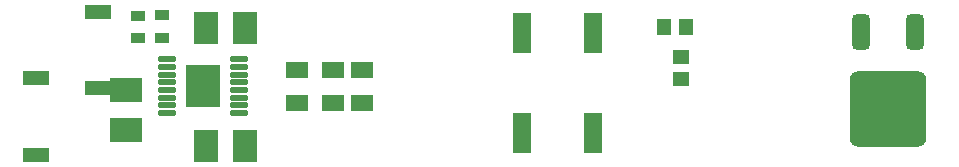
<source format=gbp>
G04*
G04 #@! TF.GenerationSoftware,Altium Limited,Altium Designer,23.0.1 (38)*
G04*
G04 Layer_Color=128*
%FSLAX44Y44*%
%MOMM*%
G71*
G04*
G04 #@! TF.SameCoordinates,5FDB3813-EBBD-42B4-A80F-D19D9E75F149*
G04*
G04*
G04 #@! TF.FilePolarity,Positive*
G04*
G01*
G75*
%ADD25R,2.2000X1.3000*%
G04:AMPARAMS|DCode=26|XSize=1.5mm|YSize=3mm|CornerRadius=0.375mm|HoleSize=0mm|Usage=FLASHONLY|Rotation=180.000|XOffset=0mm|YOffset=0mm|HoleType=Round|Shape=RoundedRectangle|*
%AMROUNDEDRECTD26*
21,1,1.5000,2.2500,0,0,180.0*
21,1,0.7500,3.0000,0,0,180.0*
1,1,0.7500,-0.3750,1.1250*
1,1,0.7500,0.3750,1.1250*
1,1,0.7500,0.3750,-1.1250*
1,1,0.7500,-0.3750,-1.1250*
%
%ADD26ROUNDEDRECTD26*%
G04:AMPARAMS|DCode=27|XSize=6.5mm|YSize=6.5mm|CornerRadius=0.8125mm|HoleSize=0mm|Usage=FLASHONLY|Rotation=270.000|XOffset=0mm|YOffset=0mm|HoleType=Round|Shape=RoundedRectangle|*
%AMROUNDEDRECTD27*
21,1,6.5000,4.8750,0,0,270.0*
21,1,4.8750,6.5000,0,0,270.0*
1,1,1.6250,-2.4375,-2.4375*
1,1,1.6250,-2.4375,2.4375*
1,1,1.6250,2.4375,2.4375*
1,1,1.6250,2.4375,-2.4375*
%
%ADD27ROUNDEDRECTD27*%
%ADD28R,1.1500X1.3500*%
%ADD29R,1.3500X1.1500*%
%ADD30R,1.5000X3.5000*%
%ADD31R,1.9500X1.4000*%
%ADD32R,2.0000X2.8000*%
G04:AMPARAMS|DCode=33|XSize=0.45mm|YSize=1.6mm|CornerRadius=0.1125mm|HoleSize=0mm|Usage=FLASHONLY|Rotation=270.000|XOffset=0mm|YOffset=0mm|HoleType=Round|Shape=RoundedRectangle|*
%AMROUNDEDRECTD33*
21,1,0.4500,1.3750,0,0,270.0*
21,1,0.2250,1.6000,0,0,270.0*
1,1,0.2250,-0.6875,-0.1125*
1,1,0.2250,-0.6875,0.1125*
1,1,0.2250,0.6875,0.1125*
1,1,0.2250,0.6875,-0.1125*
%
%ADD33ROUNDEDRECTD33*%
%ADD34R,2.9400X3.5800*%
%ADD35R,1.3000X0.9000*%
%ADD36R,2.8000X2.0000*%
D25*
X193567Y81683D02*
D03*
X246500Y138250D02*
D03*
X193500Y16750D02*
D03*
X246433Y73317D02*
D03*
D26*
X892140Y121000D02*
D03*
X937860D02*
D03*
D27*
X915000Y55500D02*
D03*
D28*
X744250Y125000D02*
D03*
X725750D02*
D03*
D29*
X740000Y100000D02*
D03*
Y81500D02*
D03*
D30*
X605000Y120000D02*
D03*
X665000D02*
D03*
X605000Y35000D02*
D03*
X665000D02*
D03*
D31*
X470000Y61000D02*
D03*
Y89000D02*
D03*
X445000Y61000D02*
D03*
Y89000D02*
D03*
X415000Y61000D02*
D03*
Y89000D02*
D03*
D32*
X337250Y24000D02*
D03*
X370750D02*
D03*
X337250Y124000D02*
D03*
X370750D02*
D03*
D33*
X304500Y52250D02*
D03*
Y58750D02*
D03*
Y65250D02*
D03*
Y71750D02*
D03*
Y78250D02*
D03*
Y84750D02*
D03*
Y91250D02*
D03*
Y97750D02*
D03*
X365500Y52250D02*
D03*
Y58750D02*
D03*
Y65250D02*
D03*
Y71750D02*
D03*
Y78250D02*
D03*
Y84750D02*
D03*
Y91250D02*
D03*
Y97750D02*
D03*
D34*
X335000Y75000D02*
D03*
D35*
X300000Y135000D02*
D03*
Y116000D02*
D03*
X280000Y134500D02*
D03*
Y115500D02*
D03*
D36*
X270000Y38250D02*
D03*
Y71750D02*
D03*
M02*

</source>
